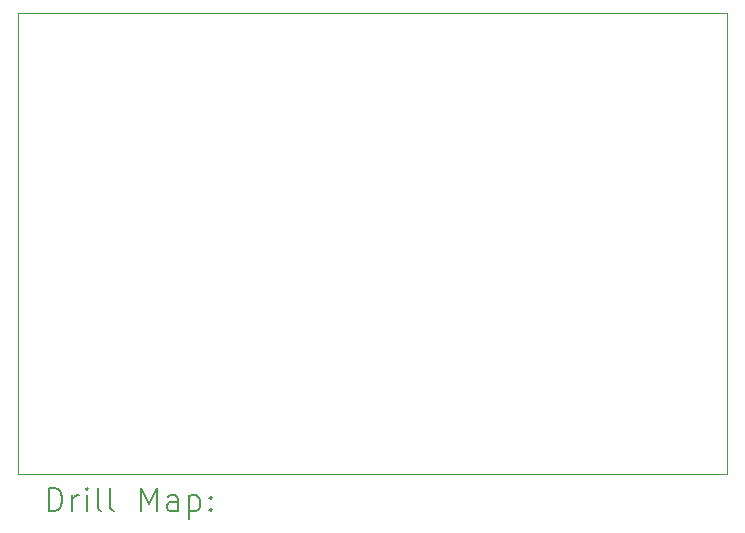
<source format=gbr>
%TF.GenerationSoftware,KiCad,Pcbnew,8.0.3*%
%TF.CreationDate,2024-07-07T02:34:09-07:00*%
%TF.ProjectId,ps2usb,70733275-7362-42e6-9b69-6361645f7063,rev?*%
%TF.SameCoordinates,Original*%
%TF.FileFunction,Drillmap*%
%TF.FilePolarity,Positive*%
%FSLAX45Y45*%
G04 Gerber Fmt 4.5, Leading zero omitted, Abs format (unit mm)*
G04 Created by KiCad (PCBNEW 8.0.3) date 2024-07-07 02:34:09*
%MOMM*%
%LPD*%
G01*
G04 APERTURE LIST*
%ADD10C,0.100000*%
%ADD11C,0.200000*%
G04 APERTURE END LIST*
D10*
X10000000Y-8100000D02*
X10550000Y-8100000D01*
X16000000Y-12000000D02*
X16000000Y-8100000D01*
X16000000Y-12000000D02*
X10000000Y-12000000D01*
X10000000Y-12000000D02*
X10000000Y-9425000D01*
X10550000Y-8100000D02*
X16000000Y-8100000D01*
X10000000Y-8575000D02*
X10000000Y-8100000D01*
X10000000Y-9425000D02*
X10000000Y-8575000D01*
D11*
X10255777Y-12316484D02*
X10255777Y-12116484D01*
X10255777Y-12116484D02*
X10303396Y-12116484D01*
X10303396Y-12116484D02*
X10331967Y-12126008D01*
X10331967Y-12126008D02*
X10351015Y-12145055D01*
X10351015Y-12145055D02*
X10360539Y-12164103D01*
X10360539Y-12164103D02*
X10370062Y-12202198D01*
X10370062Y-12202198D02*
X10370062Y-12230769D01*
X10370062Y-12230769D02*
X10360539Y-12268865D01*
X10360539Y-12268865D02*
X10351015Y-12287912D01*
X10351015Y-12287912D02*
X10331967Y-12306960D01*
X10331967Y-12306960D02*
X10303396Y-12316484D01*
X10303396Y-12316484D02*
X10255777Y-12316484D01*
X10455777Y-12316484D02*
X10455777Y-12183150D01*
X10455777Y-12221246D02*
X10465300Y-12202198D01*
X10465300Y-12202198D02*
X10474824Y-12192674D01*
X10474824Y-12192674D02*
X10493872Y-12183150D01*
X10493872Y-12183150D02*
X10512920Y-12183150D01*
X10579586Y-12316484D02*
X10579586Y-12183150D01*
X10579586Y-12116484D02*
X10570062Y-12126008D01*
X10570062Y-12126008D02*
X10579586Y-12135531D01*
X10579586Y-12135531D02*
X10589110Y-12126008D01*
X10589110Y-12126008D02*
X10579586Y-12116484D01*
X10579586Y-12116484D02*
X10579586Y-12135531D01*
X10703396Y-12316484D02*
X10684348Y-12306960D01*
X10684348Y-12306960D02*
X10674824Y-12287912D01*
X10674824Y-12287912D02*
X10674824Y-12116484D01*
X10808158Y-12316484D02*
X10789110Y-12306960D01*
X10789110Y-12306960D02*
X10779586Y-12287912D01*
X10779586Y-12287912D02*
X10779586Y-12116484D01*
X11036729Y-12316484D02*
X11036729Y-12116484D01*
X11036729Y-12116484D02*
X11103396Y-12259341D01*
X11103396Y-12259341D02*
X11170062Y-12116484D01*
X11170062Y-12116484D02*
X11170062Y-12316484D01*
X11351015Y-12316484D02*
X11351015Y-12211722D01*
X11351015Y-12211722D02*
X11341491Y-12192674D01*
X11341491Y-12192674D02*
X11322443Y-12183150D01*
X11322443Y-12183150D02*
X11284348Y-12183150D01*
X11284348Y-12183150D02*
X11265300Y-12192674D01*
X11351015Y-12306960D02*
X11331967Y-12316484D01*
X11331967Y-12316484D02*
X11284348Y-12316484D01*
X11284348Y-12316484D02*
X11265300Y-12306960D01*
X11265300Y-12306960D02*
X11255777Y-12287912D01*
X11255777Y-12287912D02*
X11255777Y-12268865D01*
X11255777Y-12268865D02*
X11265300Y-12249817D01*
X11265300Y-12249817D02*
X11284348Y-12240293D01*
X11284348Y-12240293D02*
X11331967Y-12240293D01*
X11331967Y-12240293D02*
X11351015Y-12230769D01*
X11446253Y-12183150D02*
X11446253Y-12383150D01*
X11446253Y-12192674D02*
X11465300Y-12183150D01*
X11465300Y-12183150D02*
X11503396Y-12183150D01*
X11503396Y-12183150D02*
X11522443Y-12192674D01*
X11522443Y-12192674D02*
X11531967Y-12202198D01*
X11531967Y-12202198D02*
X11541491Y-12221246D01*
X11541491Y-12221246D02*
X11541491Y-12278388D01*
X11541491Y-12278388D02*
X11531967Y-12297436D01*
X11531967Y-12297436D02*
X11522443Y-12306960D01*
X11522443Y-12306960D02*
X11503396Y-12316484D01*
X11503396Y-12316484D02*
X11465300Y-12316484D01*
X11465300Y-12316484D02*
X11446253Y-12306960D01*
X11627205Y-12297436D02*
X11636729Y-12306960D01*
X11636729Y-12306960D02*
X11627205Y-12316484D01*
X11627205Y-12316484D02*
X11617681Y-12306960D01*
X11617681Y-12306960D02*
X11627205Y-12297436D01*
X11627205Y-12297436D02*
X11627205Y-12316484D01*
X11627205Y-12192674D02*
X11636729Y-12202198D01*
X11636729Y-12202198D02*
X11627205Y-12211722D01*
X11627205Y-12211722D02*
X11617681Y-12202198D01*
X11617681Y-12202198D02*
X11627205Y-12192674D01*
X11627205Y-12192674D02*
X11627205Y-12211722D01*
M02*

</source>
